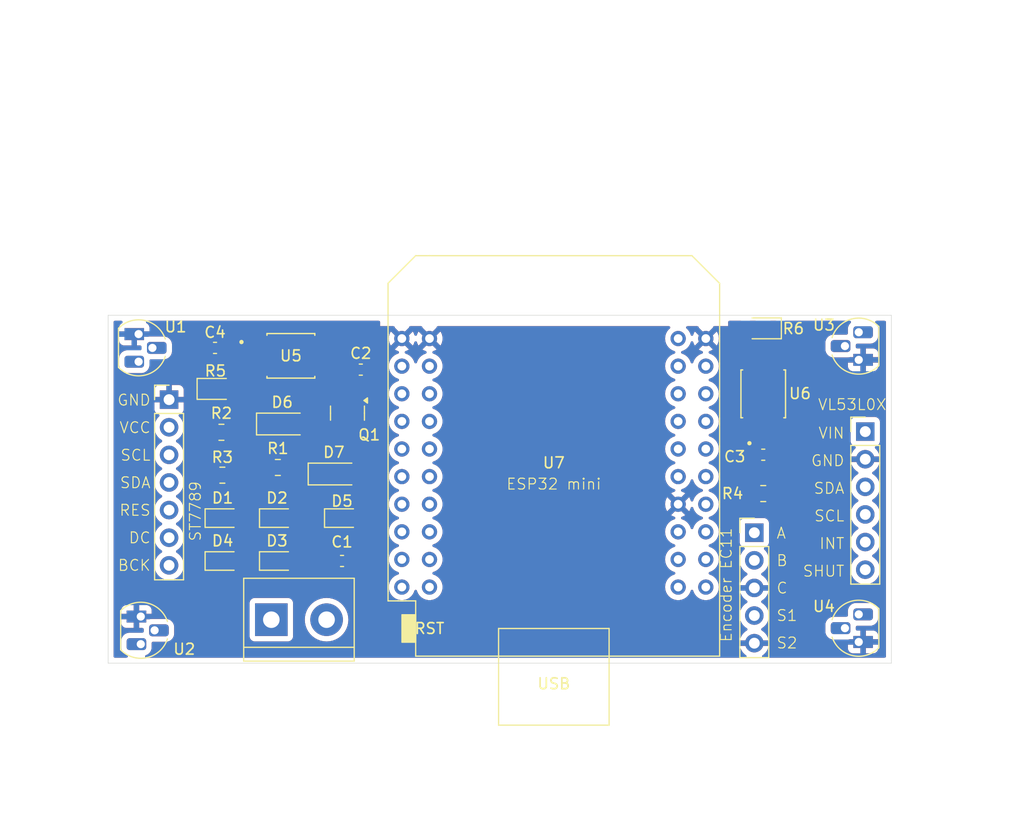
<source format=kicad_pcb>
(kicad_pcb (version 20240108) (generator "pcbnew") (generator_version "8.0")
  (layers (0 "F.Cu" signal) (31 "B.Cu" signal) (34 "B.Paste" user) (35 "F.Paste" user) (36 "B.SilkS" user "B.Silkscreen") (37 "F.SilkS" user "F.Silkscreen") (38 "B.Mask" user) (39 "F.Mask" user) (44 "Edge.Cuts" user))
  (net 0 "")
  (net 1 "Net-(D5-K)")
  (net 2 "GND")
  (net 3 "Net-(D6-K)")
  (net 4 "Net-(C3-Pad2)")
  (net 5 "Net-(C4-Pad2)")
  (net 6 "Net-(D1-K)")
  (net 7 "Net-(D1-A)")
  (net 8 "Net-(D3-A)")
  (net 9 "Net-(D7-K)")
  (net 10 "+3V3")
  (net 11 "Disp_MOSI")
  (net 12 "Disp_SCK")
  (net 13 "onewire")
  (net 14 "boil_to_cntr")
  (net 15 "cntr_to_boil")
  (net 16 "TOF_SCL")
  (net 17 "TOF_SHUT")
  (net 18 "TOF_INT")
  (net 19 "TOF_SDA")
  (net 20 "Disp_RES")
  (net 21 "Disp_LED")
  (net 22 "Disp_DC")
  (net 23 "Enc_A")
  (net 24 "Enc_S")
  (net 25 "Enc_B")
  (footprint "Diode_SMD:D_SOD-323" (layer "F.Cu") (at 103.5225 97.6)
    (property "Reference" "D4" (at 0 -1.85 0) (layer "F.SilkS"))
    (property "Value" "1N4148WS" (hide yes))
    (fp_line (start -1.61 -0.85) (end -1.61 0.85) (stroke (width 0.12)) (layer "F.SilkS"))
    (fp_line (start -1.61 -0.85) (end 1.05 -0.85) (stroke (width 0.12)) (layer "F.SilkS"))
    (fp_line (start -1.61 0.85) (end 1.05 0.85) (stroke (width 0.12)) (layer "F.SilkS"))
    (pad "1" smd roundrect (at -1.05 0) (size 0.6 0.45) (layers "F.Cu" "F.Paste" "F.Mask") (net 8 "Net-(D3-A)"))
    (pad "2" smd roundrect (at 1.05 0) (size 0.6 0.45) (layers "F.Cu" "F.Paste" "F.Mask") (net 2 "GND"))
  )
  (footprint "EL357N-G:OPTO_EL357N-G" (layer "F.Cu") (at 109.8 78.73)
    (property "Reference" "U5" (at 0 0 0) (layer "F.SilkS"))
    (property "Value" "EL357N-G" (hide yes))
    (fp_line (start -2.2 -2.05) (end 2.2 -2.05) (stroke (width 0.127)) (layer "F.SilkS"))
    (fp_line (start -2.2 -1.89) (end -2.2 -2.05) (stroke (width 0.127)) (layer "F.SilkS"))
    (fp_line (start -2.2 2.05) (end -2.2 1.89) (stroke (width 0.127)) (layer "F.SilkS"))
    (fp_line (start 2.2 -2.05) (end 2.2 -1.89) (stroke (width 0.127)) (layer "F.SilkS"))
    (fp_line (start 2.2 2.05) (end -2.2 2.05) (stroke (width 0.127)) (layer "F.SilkS"))
    (fp_line (start 2.2 2.05) (end 2.2 1.89) (stroke (width 0.127)) (layer "F.SilkS"))
    (fp_circle (center -4.544 -1.27) (end -4.444 -1.27) (stroke (width 0.2)) (fill none) (layer "F.SilkS"))
    (pad "1" smd rect (at -3.175 -1.27) (size 1.5 0.6) (layers "F.Cu" "F.Paste" "F.Mask") (net 5 "Net-(C4-Pad2)"))
    (pad "2" smd rect (at -3.175 1.27) (size 1.5 0.6) (layers "F.Cu" "F.Paste" "F.Mask") (net 2 "GND"))
    (pad "3" smd rect (at 3.175 1.27) (size 1.5 0.6) (layers "F.Cu" "F.Paste" "F.Mask") (net 9 "Net-(D7-K)"))
    (pad "4" smd rect (at 3.175 -1.27) (size 1.5 0.6) (layers "F.Cu" "F.Paste" "F.Mask") (net 3 "Net-(D6-K)"))
  )
  (footprint "Package_TO_SOT_THT:TO-92L_HandSolder" (layer "F.Cu") (at 162 79.1 90)
    (property "Reference" "U3" (at 3.2 -3.2 180) (layer "F.SilkS"))
    (property "Value" "DS18S20" (hide yes))
    (fp_line (start -0.53 1.85) (end 3.07 1.85) (stroke (width 0.12)) (layer "F.SilkS"))
    (fp_arc (start 2.05 -2.45) (mid 3.769931 -0.601036) (end 3.078445 1.827684) (stroke (width 0.12)) (layer "F.SilkS"))
    (fp_arc (start -0.541453 1.842156) (mid -1.247298 -0.581475) (end 0.45 -2.45) (stroke (width 0.12)) (layer "F.SilkS"))
    (pad "1" thru_hole rect (at 0 0 90) (size 1.1 1.8) (drill 0.75 (offset 0 0.4)) (layers "*.Cu" "*.Mask") (net 2 "GND"))
    (pad "2" thru_hole roundrect (at 1.27 -1.27 90) (size 1.1 1.8) (drill 0.75 (offset 0 -0.4)) (layers "*.Cu" "*.Mask") (net 13 "onewire"))
    (pad "3" thru_hole roundrect (at 2.54 0 90) (size 1.1 1.8) (drill 0.75 (offset 0 0.4)) (layers "*.Cu" "*.Mask") (net 10 "+3V3"))
  )
  (footprint "Diode_SMD:D_SOD-123" (layer "F.Cu") (at 113.75 89.6)
    (property "Reference" "D7" (at 0 -2 0) (layer "F.SilkS"))
    (property "Value" "BZT52C4V3" (hide yes))
    (fp_line (start -2.36 -1) (end -2.36 1) (stroke (width 0.12)) (layer "F.SilkS"))
    (fp_line (start -2.36 -1) (end 1.65 -1) (stroke (width 0.12)) (layer "F.SilkS"))
    (fp_line (start -2.36 1) (end 1.65 1) (stroke (width 0.12)) (layer "F.SilkS"))
    (pad "1" smd roundrect (at -1.65 0) (size 0.9 1.2) (layers "F.Cu" "F.Paste" "F.Mask") (net 9 "Net-(D7-K)"))
    (pad "2" smd roundrect (at 1.65 0) (size 0.9 1.2) (layers "F.Cu" "F.Paste" "F.Mask") (net 2 "GND"))
  )
  (footprint "EL357N-G:OPTO_EL357N-G" (layer "F.Cu") (at 153.22 82.225 90)
    (property "Reference" "U6" (at 0.025 3.38 180) (layer "F.SilkS"))
    (property "Value" "EL357N-G" (hide yes))
    (fp_line (start 2.2 -2.05) (end 2.2 -1.89) (stroke (width 0.127)) (layer "F.SilkS"))
    (fp_line (start -2.2 -2.05) (end 2.2 -2.05) (stroke (width 0.127)) (layer "F.SilkS"))
    (fp_line (start -2.2 -1.89) (end -2.2 -2.05) (stroke (width 0.127)) (layer "F.SilkS"))
    (fp_line (start 2.2 2.05) (end 2.2 1.89) (stroke (width 0.127)) (layer "F.SilkS"))
    (fp_line (start 2.2 2.05) (end -2.2 2.05) (stroke (width 0.127)) (layer "F.SilkS"))
    (fp_line (start -2.2 2.05) (end -2.2 1.89) (stroke (width 0.127)) (layer "F.SilkS"))
    (fp_circle (center -4.544 -1.27) (end -4.444 -1.27) (stroke (width 0.2)) (fill none) (layer "F.SilkS"))
    (pad "1" smd rect (at -3.175 -1.27 90) (size 1.5 0.6) (layers "F.Cu" "F.Paste" "F.Mask") (net 4 "Net-(C3-Pad2)"))
    (pad "2" smd rect (at -3.175 1.27 90) (size 1.5 0.6) (layers "F.Cu" "F.Paste" "F.Mask") (net 2 "GND"))
    (pad "3" smd rect (at 3.175 1.27 90) (size 1.5 0.6) (layers "F.Cu" "F.Paste" "F.Mask") (net 15 "cntr_to_boil"))
    (pad "4" smd rect (at 3.175 -1.27 90) (size 1.5 0.6) (layers "F.Cu" "F.Paste" "F.Mask") (net 10 "+3V3"))
  )
  (footprint "Package_TO_SOT_THT:TO-92L_HandSolder" (layer "F.Cu") (at 95.8 76.73 -90)
    (property "Reference" "U1" (at -0.67 -3.4 0) (layer "F.SilkS"))
    (property "Value" "DS18S20")
    (fp_line (start -0.53 1.85) (end 3.07 1.85) (stroke (width 0.12)) (layer "F.SilkS"))
    (fp_arc (start -0.541453 1.842156) (mid -1.247298 -0.581475) (end 0.45 -2.45) (stroke (width 0.12)) (layer "F.SilkS"))
    (fp_arc (start 2.05 -2.45) (mid 3.769931 -0.601036) (end 3.078445 1.827684) (stroke (width 0.12)) (layer "F.SilkS"))
    (pad "1" thru_hole rect (at 0 0 270) (size 1.1 1.8) (drill 0.75 (offset 0 0.4)) (layers "*.Cu" "*.Mask") (net 2 "GND"))
    (pad "2" thru_hole roundrect (at 1.27 -1.27 270) (size 1.1 1.8) (drill 0.75 (offset 0 -0.4)) (layers "*.Cu" "*.Mask") (net 13 "onewire"))
    (pad "3" thru_hole roundrect (at 2.54 0 270) (size 1.1 1.8) (drill 0.75 (offset 0 0.4)) (layers "*.Cu" "*.Mask") (net 10 "+3V3"))
  )
  (footprint "Capacitor_SMD:C_0603_1608Metric" (layer "F.Cu") (at 114.5 97.6 180)
    (property "Reference" "C1" (at 0 1.75 0) (layer "F.SilkS"))
    (property "Value" "10n" (hide yes))
    (fp_line (start -0.14058 0.51) (end 0.14058 0.51) (stroke (width 0.12)) (layer "F.SilkS"))
    (fp_line (start -0.14058 -0.51) (end 0.14058 -0.51) (stroke (width 0.12)) (layer "F.SilkS"))
    (pad "1" smd roundrect (at -0.775 0 180) (size 0.9 0.95) (layers "F.Cu" "F.Paste" "F.Mask") (net 2 "GND"))
    (pad "2" smd roundrect (at 0.775 0 180) (size 0.9 0.95) (layers "F.Cu" "F.Paste" "F.Mask") (net 1 "Net-(D5-K)"))
  )
  (footprint "Diode_SMD:D_SOD-323" (layer "F.Cu") (at 103.5225 93.654)
    (property "Reference" "D1" (at 0 -1.85 0) (layer "F.SilkS"))
    (property "Value" "1N4148WS" (hide yes))
    (fp_line (start -1.61 -0.85) (end -1.61 0.85) (stroke (width 0.12)) (layer "F.SilkS"))
    (fp_line (start -1.61 -0.85) (end 1.05 -0.85) (stroke (width 0.12)) (layer "F.SilkS"))
    (fp_line (start -1.61 0.85) (end 1.05 0.85) (stroke (width 0.12)) (layer "F.SilkS"))
    (pad "1" smd roundrect (at -1.05 0) (size 0.6 0.45) (layers "F.Cu" "F.Paste" "F.Mask") (net 6 "Net-(D1-K)"))
    (pad "2" smd roundrect (at 1.05 0) (size 0.6 0.45) (layers "F.Cu" "F.Paste" "F.Mask") (net 7 "Net-(D1-A)"))
  )
  (footprint "Resistor_SMD:R_0805_2012Metric" (layer "F.Cu") (at 153.22 91.4)
    (property "Reference" "R4" (at -2.82 0 0) (layer "F.SilkS"))
    (property "Value" "4k7" (hide yes))
    (fp_line (start -0.227064 -0.735) (end 0.227064 -0.735) (stroke (width 0.12)) (layer "F.SilkS"))
    (fp_line (start -0.227064 0.735) (end 0.227064 0.735) (stroke (width 0.12)) (layer "F.SilkS"))
    (pad "1" smd roundrect (at -0.9125 0) (size 1.025 1.4) (layers "F.Cu" "F.Paste" "F.Mask") (roundrect_rratio 0.243902) (net 10 "+3V3"))
    (pad "2" smd roundrect (at 0.9125 0) (size 1.025 1.4) (layers "F.Cu" "F.Paste" "F.Mask") (roundrect_rratio 0.243902) (net 13 "onewire"))
  )
  (footprint "Capacitor_SMD:C_0603_1608Metric" (layer "F.Cu") (at 102.825 78)
    (property "Reference" "C4" (at 0 -1.43 0) (layer "F.SilkS"))
    (property "Value" "2n2" (hide yes))
    (fp_line (start -0.14058 -0.51) (end 0.14058 -0.51) (stroke (width 0.12)) (layer "F.SilkS"))
    (fp_line (start -0.14058 0.51) (end 0.14058 0.51) (stroke (width 0.12)) (layer "F.SilkS"))
    (pad "1" smd roundrect (at -0.775 0) (size 0.9 0.95) (layers "F.Cu" "F.Paste" "F.Mask") (net 2 "GND"))
    (pad "2" smd roundrect (at 0.775 0) (size 0.9 0.95) (layers "F.Cu" "F.Paste" "F.Mask") (net 5 "Net-(C4-Pad2)"))
  )
  (footprint "Diode_SMD:D_SOD-323" (layer "F.Cu") (at 108.5225 93.654)
    (property "Reference" "D2" (at 0 -1.85 0) (layer "F.SilkS"))
    (property "Value" "1N4148WS" (hide yes))
    (fp_line (start -1.61 -0.85) (end -1.61 0.85) (stroke (width 0.12)) (layer "F.SilkS"))
    (fp_line (start -1.61 -0.85) (end 1.05 -0.85) (stroke (width 0.12)) (layer "F.SilkS"))
    (fp_line (start -1.61 0.85) (end 1.05 0.85) (stroke (width 0.12)) (layer "F.SilkS"))
    (pad "1" smd roundrect (at -1.05 0) (size 0.6 0.45) (layers "F.Cu" "F.Paste" "F.Mask") (net 7 "Net-(D1-A)"))
    (pad "2" smd roundrect (at 1.05 0) (size 0.6 0.45) (layers "F.Cu" "F.Paste" "F.Mask") (net 2 "GND"))
  )
  (footprint "ESP32_mini:ESP32_mini" (layer "F.Cu") (at 133.97 88.57)
    (property "Reference" "U7" (at 0 0 0) (layer "F.SilkS"))
    (property "Value" "mini_esp32")
    (fp_line (start -15.24 -16.51) (end -15.24 12.7) (stroke (width 0.12)) (layer "F.SilkS"))
    (fp_line (start -15.24 12.7) (end -12.7 12.7) (stroke (width 0.12)) (layer "F.SilkS"))
    (fp_line (start -12.7 -19.05) (end -15.24 -16.51) (stroke (width 0.12)) (layer "F.SilkS"))
    (fp_line (start -12.7 -19.05) (end -11.43 -19.05) (stroke (width 0.12)) (layer "F.SilkS"))
    (fp_line (start -12.7 12.7) (end -12.7 17.78) (stroke (width 0.12)) (layer "F.SilkS"))
    (fp_line (start -12.7 17.78) (end 15.24 17.78) (stroke (width 0.12)) (layer "F.SilkS"))
    (fp_line (start -5.08 15.24) (end 5.08 15.24) (stroke (width 0.12)) (layer "F.SilkS"))
    (fp_line (start -5.08 17.78) (end -5.08 15.24) (stroke (width 0.12)) (layer "F.SilkS"))
    (fp_line (start -5.08 17.78) (end -5.08 24.13) (stroke (width 0.12)) (layer "F.SilkS"))
    (fp_line (start -5.08 24.13) (end 5.08 24.13) (stroke (width 0.12)) (layer "F.SilkS"))
    (fp_line (start 5.08 15.24) (end 5.08 17.78) (stroke (width 0.12)) (layer "F.SilkS"))
    (fp_line (start 5.08 24.13) (end 5.08 17.78) (stroke (width 0.12)) (layer "F.SilkS"))
    (fp_line (start 12.7 -19.05) (end -11.43 -19.05) (stroke (width 0.12)) (layer "F.SilkS"))
    (fp_line (start 12.7 -19.05) (end 15.24 -16.51) (stroke (width 0.12)) (layer "F.SilkS"))
    (fp_line (start 15.24 -16.51) (end 15.24 17.78) (stroke (width 0.12)) (layer "F.SilkS"))
    (fp_poly (pts (xy -13.97 16.51) (xy -13.97 13.97) (xy -12.7 13.97) (xy -12.7 16.51)) (stroke (width 0.1)) (fill solid) (layer "F.SilkS"))
    (fp_text user "RST" (at -11.43 15.24 0) (layer "F.SilkS"))
    (fp_text user "USB" (at 0 20.32 0) (layer "F.SilkS"))
    (pad "1" thru_hole circle (at -13.97 -11.43 270) (size 1.4 1.4) (drill 0.8) (layers "*.Cu" "*.Mask") (net 2 "GND"))
    (pad "2" thru_hole circle (at -11.43 -11.43 270) (size 1.4 1.4) (drill 0.8) (layers "*.Cu" "*.Mask") (net 2 "GND"))
    (pad "3" thru_hole circle (at -13.97 -8.89 270) (size 1.4 1.4) (drill 0.8) (layers "*.Cu" "*.Mask"))
    (pad "4" thru_hole circle (at -11.43 -8.89 270) (size 1.4 1.4) (drill 0.8) (layers "*.Cu" "*.Mask"))
    (pad "5" thru_hole circle (at -13.97 -6.35 270) (size 1.4 1.4) (drill 0.8) (layers "*.Cu" "*.Mask"))
    (pad "6" thru_hole circle (at -11.43 -6.35 270) (size 1.4 1.4) (drill 0.8) (layers "*.Cu" "*.Mask") (net 22 "Disp_DC"))
    (pad "7" thru_hole circle (at -13.97 -3.81 270) (size 1.4 1.4) (drill 0.8) (layers "*.Cu" "*.Mask"))
    (pad "8" thru_hole circle (at -11.43 -3.81 270) (size 1.4 1.4) (drill 0.8) (layers "*.Cu" "*.Mask") (net 12 "Disp_SCK"))
    (pad "9" thru_hole circle (at -13.97 -1.27 270) (size 1.4 1.4) (drill 0.8) (layers "*.Cu" "*.Mask") (net 20 "Disp_RES"))
    (pad "10" thru_hole circle (at -11.43 -1.27 270) (size 1.4 1.4) (drill 0.8) (layers "*.Cu" "*.Mask") (net 14 "boil_to_cntr"))
    (pad "11" thru_hole circle (at -13.97 1.27 270) (size 1.4 1.4) (drill 0.8) (layers "*.Cu" "*.Mask"))
    (pad "12" thru_hole circle (at -11.43 1.27 270) (size 1.4 1.4) (drill 0.8) (layers "*.Cu" "*.Mask") (net 18 "TOF_INT"))
    (pad "13" thru_hole circle (at -13.97 3.81 270) (size 1.4 1.4) (drill 0.8) (layers "*.Cu" "*.Mask") (net 25 "Enc_B"))
    (pad "14" thru_hole circle (at -11.43 3.81 270) (size 1.4 1.4) (drill 0.8) (layers "*.Cu" "*.Mask"))
    (pad "15" thru_hole circle (at -13.97 6.35 270) (size 1.4 1.4) (drill 0.8) (layers "*.Cu" "*.Mask"))
    (pad "16" thru_hole circle (at -11.43 6.35 270) (size 1.4 1.4) (drill 0.8) (layers "*.Cu" "*.Mask") (net 10 "+3V3"))
    (pad "17" thru_hole circle (at -13.97 8.89 270) (size 1.4 1.4) (drill 0.8) (layers "*.Cu" "*.Mask"))
    (pad "18" thru_hole circle (at -11.43 8.89 270) (size 1.4 1.4) (drill 0.8) (layers "*.Cu" "*.Mask") (net 24 "Enc_S"))
    (pad "19" thru_hole circle (at -13.97 11.43 270) (size 1.4 1.4) (drill 0.8) (layers "*.Cu" "*.Mask"))
    (pad "20" thru_hole circle (at -11.43 11.43 270) (size 1.4 1.4) (drill 0.8) (layers "*.Cu" "*.Mask"))
    (pad "21" thru_hole circle (at 11.43 -11.43 270) (size 1.4 1.4) (drill 0.8) (layers "*.Cu" "*.Mask"))
    (pad "22" thru_hole circle (at 13.97 -11.43 270) (size 1.4 1.4) (drill 0.8) (layers "*.Cu" "*.Mask") (net 2 "GND"))
    (pad "23" thru_hole circle (at 11.43 -8.89 270) (size 1.4 1.4) (drill 0.8) (layers "*.Cu" "*.Mask"))
    (pad "24" thru_hole circle (at 13.97 -8.89 270) (size 1.4 1.4) (drill 0.8) (layers "*.Cu" "*.Mask") (net 15 "cntr_to_boil"))
    (pad "25" thru_hole circle (at 11.43 -6.35 270) (size 1.4 1.4) (drill 0.8) (layers "*.Cu" "*.Mask") (net 16 "TOF_SCL"))
    (pad "26" thru_hole circle (at 13.97 -6.35 270) (size 1.4 1.4) (drill 0.8) (layers "*.Cu" "*.Mask") (net 17 "TOF_SHUT"))
    (pad "27" thru_hole circle (at 11.43 -3.81 270) (size 1.4 1.4) (drill 0.8) (layers "*.Cu" "*.Mask") (net 19 "TOF_SDA"))
    (pad "28" thru_hole circle (at 13.97 -3.81 270) (size 1.4 1.4) (drill 0.8) (layers "*.Cu" "*.Mask") (net 21 "Disp_LED"))
    (pad "29" thru_hole circle (at 11.43 -1.27 270) (size 1.4 1.4) (drill 0.8) (layers "*.Cu" "*.Mask") (net 13 "onewire"))
    (pad "30" thru_hole circle (at 13.97 -1.27 270) (size 1.4 1.4) (drill 0.8) (layers "*.Cu" "*.Mask") (net 11 "Disp_MOSI"))
    (pad "31" thru_hole circle (at 11.43 1.27 270) (size 1.4 1.4) (drill 0.8) (layers "*.Cu" "*.Mask") (net 23 "Enc_A"))
    (pad "32" thru_hole circle (at 13.97 1.27 270) (size 1.4 1.4) (drill 0.8) (layers "*.Cu" "*.Mask"))
    (pad "33" thru_hole circle (at 11.43 3.81 270) (size 1.4 1.4) (drill 0.8) (layers "*.Cu" "*.Mask") (net 2 "GND"))
    (pad "34" thru_hole circle (at 13.97 3.81 270) (size 1.4 1.4) (drill 0.8) (layers "*.Cu" "*.Mask"))
    (pad "35" thru_hole circle (at 11.43 6.35 270) (size 1.4 1.4) (drill 0.8) (layers "*.Cu" "*.Mask"))
    (pad "36" thru_hole circle (at 13.97 6.35 270) (size 1.4 1.4) (drill 0.8) (layers "*.Cu" "*.Mask"))
    (pad "37" thru_hole circle (at 11.43 8.89 270) (size 1.4 1.4) (drill 0.8) (layers "*.Cu" "*.Mask"))
    (pad "38" thru_hole circle (at 13.97 8.89 270) (size 1.4 1.4) (drill 0.8) (layers "*.Cu" "*.Mask"))
    (pad "39" thru_hole circle (at 11.43 11.43 270) (size 1.4 1.4) (drill 0.8) (layers "*.Cu" "*.Mask"))
    (pad "40" thru_hole circle (at 13.97 11.43 270) (size 1.4 1.4) (drill 0.8) (layers "*.Cu" "*.Mask"))
  )
  (footprint "Capacitor_SMD:C_0603_1608Metric" (layer "F.Cu") (at 153.22 87.825 180)
    (property "Reference" "C3" (at 2.62 -0.175 180) (layer "F.SilkS"))
    (property "Value" "10n" (hide yes))
    (fp_line (start -0.14058 0.51) (end 0.14058 0.51) (stroke (width 0.12)) (layer "F.SilkS"))
    (fp_line (start -0.14058 -0.51) (end 0.14058 -0.51) (stroke (width 0.12)) (layer "F.SilkS"))
    (pad "1" smd roundrect (at -0.775 0 180) (size 0.9 0.95) (layers "F.Cu" "F.Paste" "F.Mask") (net 2 "GND"))
    (pad "2" smd roundrect (at 0.775 0 180) (size 0.9 0.95) (layers "F.Cu" "F.Paste" "F.Mask") (net 4 "Net-(C3-Pad2)"))
  )
  (footprint "Resistor_SMD:R_0805_2012Metric" (layer "F.Cu") (at 103.4125 85.762 180)
    (property "Reference" "R2" (at 0 1.75 0) (layer "F.SilkS"))
    (property "Value" "150" (hide yes))
    (fp_line (start -0.227064 0.735) (end 0.227064 0.735) (stroke (width 0.12)) (layer "F.SilkS"))
    (fp_line (start -0.227064 -0.735) (end 0.227064 -0.735) (stroke (width 0.12)) (layer "F.SilkS"))
    (pad "1" smd roundrect (at -0.9125 0 180) (size 1.025 1.4) (layers "F.Cu" "F.Paste" "F.Mask") (roundrect_rratio 0.243902) (net 4 "Net-(C3-Pad2)"))
    (pad "2" smd roundrect (at 0.9125 0 180) (size 1.025 1.4) (layers "F.Cu" "F.Paste" "F.Mask") (roundrect_rratio 0.243902) (net 2 "GND"))
  )
  (footprint "Package_TO_SOT_THT:TO-92L_HandSolder" (layer "F.Cu") (at 162 105.05 90)
    (property "Reference" "U4" (at 3.27 -3.2 180) (layer "F.SilkS"))
    (property "Value" "DS18S20" (hide yes))
    (fp_line (start -0.53 1.85) (end 3.07 1.85) (stroke (width 0.12)) (layer "F.SilkS"))
    (fp_arc (start 2.05 -2.45) (mid 3.769931 -0.601036) (end 3.078445 1.827684) (stroke (width 0.12)) (layer "F.SilkS"))
    (fp_arc (start -0.541453 1.842156) (mid -1.247298 -0.581475) (end 0.45 -2.45) (stroke (width 0.12)) (layer "F.SilkS"))
    (pad "1" thru_hole rect (at 0 0 90) (size 1.1 1.8) (drill 0.75 (offset 0 0.4)) (layers "*.Cu" "*.Mask") (net 2 "GND"))
    (pad "2" thru_hole roundrect (at 1.27 -1.27 90) (size 1.1 1.8) (drill 0.75 (offset 0 -0.4)) (layers "*.Cu" "*.Mask") (net 13 "onewire"))
    (pad "3" thru_hole roundrect (at 2.54 0 90) (size 1.1 1.8) (drill 0.75 (offset 0 0.4)) (layers "*.Cu" "*.Mask") (net 10 "+3V3"))
  )
  (footprint "Package_TO_SOT_SMD:SOT-23" (layer "F.Cu") (at 115 84 -90)
    (property "Reference" "Q1" (at 2 -2 180) (layer "F.SilkS"))
    (property "Value" "MMBT2907A" (hide yes))
    (fp_line (start 0 1.56) (end -0.65 1.56) (stroke (width 0.12)) (layer "F.SilkS"))
    (fp_line (start 0 1.56) (end 0.65 1.56) (stroke (width 0.12)) (layer "F.SilkS"))
    (fp_line (start 0 -1.56) (end -0.65 -1.56) (stroke (width 0.12)) (layer "F.SilkS"))
    (fp_line (start 0 -1.56) (end 0.65 -1.56) (stroke (width 0.12)) (layer "F.SilkS"))
    (fp_poly (pts (xy -1.1625 -1.51) (xy -1.4025 -1.84) (xy -0.9225 -1.84) (xy -1.1625 -1.51)) (stroke (width 0.12)) (fill solid) (layer "F.SilkS"))
    (pad "1" smd roundrect (at -0.9375 -0.95 270) (size 1.475 0.6) (layers "F.Cu" "F.Paste" "F.Mask") (net 3 "Net-(D6-K)"))
    (pad "2" smd roundrect (at -0.9375 0.95 270) (size 1.475 0.6) (layers "F.Cu" "F.Paste" "F.Mask") (net 1 "Net-(D5-K)"))
    (pad "3" smd roundrect (at 0.9375 0 270) (size 1.475 0.6) (layers "F.Cu" "F.Paste" "F.Mask") (net 6 "Net-(D1-K)"))
  )
  (footprint "Connector_PinHeader_2.54mm:PinHeader_1x07_P2.54mm_Vertical" (layer "F.Cu") (at 98.6 82.76)
    (property "Reference" "J3" (hide yes))
    (property "Value" "ST7789" (hide yes))
    (fp_line (start -1.33 -1.33) (end 0 -1.33) (stroke (width 0.12)) (layer "F.SilkS"))
    (fp_line (start -1.33 0) (end -1.33 -1.33) (stroke (width 0.12)) (layer "F.SilkS"))
    (fp_line (start -1.33 1.27) (end -1.33 16.57) (stroke (width 0.12)) (layer "F.SilkS"))
    (fp_line (start -1.33 1.27) (end 1.33 1.27) (stroke (width 0.12)) (layer "F.SilkS"))
    (fp_line (start -1.33 16.57) (end 1.33 16.57) (stroke (width 0.12)) (layer "F.SilkS"))
    (fp_line (start 1.33 1.27) (end 1.33 16.57) (stroke (width 0.12)) (layer "F.SilkS"))
    (pad "1" thru_hole rect (at 0 0) (size 1.7 1.7) (drill 1) (layers "*.Cu" "*.Mask") (net 2 "GND"))
    (pad "2" thru_hole oval (at 0 2.54) (size 1.7 1.7) (drill 1) (layers "*.Cu" "*.Mask") (net 10 "+3V3"))
    (pad "3" thru_hole oval (at 0 5.08) (size 1.7 1.7) (drill 1) (layers "*.Cu" "*.Mask") (net 12 "Disp_SCK"))
    (pad "4" thru_hole oval (at 0 7.62) (size 1.7 1.7) (drill 1) (layers "*.Cu" "*.Mask") (net 11 "Disp_MOSI"))
    (pad "5" thru_hole oval (at 0 10.16) (size 1.7 1.7) (drill 1) (layers "*.Cu" "*.Mask") (net 20 "Disp_RES"))
    (pad "6" thru_hole oval (at 0 12.7) (size 1.7 1.7) (drill 1) (layers "*.Cu" "*.Mask") (net 22 "Disp_DC"))
    (pad "7" thru_hole oval (at 0 15.24) (size 1.7 1.7) (drill 1) (layers "*.Cu" "*.Mask") (net 21 "Disp_LED"))
  )
  (footprint "Diode_SMD:D_0805_2012Metric" (layer "F.Cu") (at 153.2 76.2 180)
    (property "Reference" "R6" (at -2.7925 -0.025 180) (layer "F.SilkS"))
    (property "Value" "330" (hide yes))
    (fp_line (start 1 -0.96) (end -1.685 -0.96) (stroke (width 0.12)) (layer "F.SilkS"))
    (fp_line (start -1.685 0.96) (end 1 0.96) (stroke (width 0.12)) (layer "F.SilkS"))
    (fp_line (start -1.685 -0.96) (end -1.685 0.96) (stroke (width 0.12)) (layer "F.SilkS"))
    (pad "1" smd roundrect (at -0.9375 0 180) (size 0.975 1.4) (layers "F.Cu" "F.Paste" "F.Mask") (net 15 "cntr_to_boil"))
    (pad "2" smd roundrect (at 0.9375 0 180) (size 0.975 1.4) (layers "F.Cu" "F.Paste" "F.Mask") (net 2 "GND"))
  )
  (footprint "Capacitor_SMD:C_0603_1608Metric" (layer "F.Cu") (at 116.225 80 180)
    (property "Reference" "C2" (at 0 1.5 0) (layer "F.SilkS"))
    (property "Value" "2n2" (hide yes))
    (fp_line (start -0.14058 0.51) (end 0.14058 0.51) (stroke (width 0.12)) (layer "F.SilkS"))
    (fp_line (start -0.14058 -0.51) (end 0.14058 -0.51) (stroke (width 0.12)) (layer "F.SilkS"))
    (pad "1" smd roundrect (at -0.775 0 180) (size 0.9 0.95) (layers "F.Cu" "F.Paste" "F.Mask") (net 3 "Net-(D6-K)"))
    (pad "2" smd roundrect (at 0.775 0 180) (size 0.9 0.95) (layers "F.Cu" "F.Paste" "F.Mask") (net 2 "GND"))
  )
  (footprint "TerminalBlock:TerminalBlock_bornier-2_P5.08mm" (layer "F.Cu") (at 108 103)
    (property "Reference" "J1" (hide yes))
    (property "Value" "OpenTherm")
    (fp_line (start -2.54 -3.81) (end -2.54 3.81) (stroke (width 0.12)) (layer "F.SilkS"))
    (fp_line (start -2.54 3.81) (end 7.62 3.81) (stroke (width 0.12)) (layer "F.SilkS"))
    (fp_line (start 7.62 -3.81) (end -2.54 -3.81) (stroke (width 0.12)) (layer "F.SilkS"))
    (fp_line (start 7.62 2.54) (end -2.54 2.54) (stroke (width 0.12)) (layer "F.SilkS"))
    (fp_line (start 7.62 3.81) (end 7.62 -3.81) (stroke (width 0.12)) (layer "F.SilkS"))
    (pad "1" thru_hole rect (at 0 0) (size 3 3) (drill 1.52) (layers "*.Cu" "*.Mask") (net 7 "Net-(D1-A)"))
    (pad "2" thru_hole circle (at 5.08 0) (size 3 3) (drill 1.52) (layers "*.Cu" "*.Mask") (net 8 "Net-(D3-A)"))
  )
  (footprint "Diode_SMD:D_SOD-123" (layer "F.Cu") (at 109 85)
    (property "Reference" "D6" (at 0 -2 0) (layer "F.SilkS"))
    (property "Value" "BZT52C15V" (hide yes))
    (fp_line (start -2.36 -1) (end -2.36 1) (stroke (width 0.12)) (layer "F.SilkS"))
    (fp_line (start -2.36 -1) (end 1.65 -1) (stroke (width 0.12)) (layer "F.SilkS"))
    (fp_line (start -2.36 1) (end 1.65 1) (stroke (width 0.12)) (layer "F.SilkS"))
    (pad "1" smd roundrect (at -1.65 0) (size 0.9 1.2) (layers "F.Cu" "F.Paste" "F.Mask") (net 3 "Net-(D6-K)"))
    (pad "2" smd roundrect (at 1.65 0) (size 0.9 1.2) (layers "F.Cu" "F.Paste" "F.Mask") (net 2 "GND"))
  )
  (footprint "Connector_PinHeader_2.54mm:PinHeader_1x06_P2.54mm_Vertical" (layer "F.Cu") (at 162.6 85.7)
    (property "Reference" "J2" (hide yes))
    (property "Value" "Laser range sensor" (hide yes))
    (fp_line (start -1.33 -1.33) (end 0 -1.33) (stroke (width 0.12)) (layer "F.SilkS"))
    (fp_line (start -1.33 0) (end -1.33 -1.33) (stroke (width 0.12)) (layer "F.SilkS"))
    (fp_line (start -1.33 1.27) (end -1.33 14.03) (stroke (width 0.12)) (layer "F.SilkS"))
    (fp_line (start -1.33 1.27) (end 1.33 1.27) (stroke (width 0.12)) (layer "F.SilkS"))
    (fp_line (start -1.33 14.03) (end 1.33 14.03) (stroke (width 0.12)) (layer "F.SilkS"))
    (fp_line (start 1.33 1.27) (end 1.33 14.03) (stroke (width 0.12)) (layer "F.SilkS"))
    (pad "1" thru_hole rect (at 0 0) (size 1.7 1.7) (drill 1) (layers "*.Cu" "*.Mask") (net 10 "+3V3"))
    (pad "2" thru_hole oval (at 0 2.54) (size 1.7 1.7) (drill 1) (layers "*.Cu" "*.Mask") (net 2 "GND"))
    (pad "3" thru_hole oval (at 0 5.08) (size 1.7 1.7) (drill 1) (layers "*.Cu" "*.Mask") (net 19 "TOF_SDA"))
    (pad "4" thru_hole oval (at 0 7.62) (size 1.7 1.7) (drill 1) (layers "*.Cu" "*.Mask") (net 16 "TOF_SCL"))
    (pad "5" thru_hole oval (at 0 10.16) (size 1.7 1.7) (drill 1) (layers "*.Cu" "*.Mask") (net 18 "TOF_INT"))
    (pad "6" thru_hole oval (at 0 12.7) (size 1.7 1.7) (drill 1) (layers "*.Cu" "*.Mask") (net 17 "TOF_SHUT"))
  )
  (footprint "Diode_SMD:D_SOD-323" (layer "F.Cu") (at 108.5225 97.6)
    (property "Reference" "D3" (at 0 -1.85 0) (layer "F.SilkS"))
    (property "Value" "1N4148WS" (hide yes))
    (fp_line (start -1.61 -0.85) (end -1.61 0.85) (stroke (width 0.12)) (layer "F.SilkS"))
    (fp_line (start -1.61 -0.85) (end 1.05 -0.85) (stroke (width 0.12)) (layer "F.SilkS"))
    (fp_line (start -1.61 0.85) (end 1.05 0.85) (stroke (width 0.12)) (layer "F.SilkS"))
    (pad "1" smd roundrect (at -1.05 0) (size 0.6 0.45) (layers "F.Cu" "F.Paste" "F.Mask") (net 6 "Net-(D1-K)"))
    (pad "2" smd roundrect (at 1.05 0) (size 0.6 0.45) (layers "F.Cu" "F.Paste" "F.Mask") (net 8 "Net-(D3-A)"))
  )
  (footprint "Package_TO_SOT_THT:TO-92L_HandSolder" (layer "F.Cu") (at 96 102.71 -90)
    (property "Reference" "U2" (at 3 -4 0) (layer "F.SilkS"))
    (property "Value" "DS18S20" (hide yes))
    (fp_line (start -0.53 1.85) (end 3.07 1.85) (stroke (width 0.12)) (layer "F.SilkS"))
    (fp_arc (start -0.541453 1.842156) (mid -1.247298 -0.581475) (end 0.45 -2.45) (stroke (width 0.12)) (layer "F.SilkS"))
    (fp_arc (start 2.05 -2.45) (mid 3.769931 -0.601036) (end 3.078445 1.827684) (stroke (width 0.12)) (layer "F.SilkS"))
    (pad "1" thru_hole rect (at 0 0 270) (size 1.1 1.8) (drill 0.75 (offset 0 0.4)) (layers "*.Cu" "*.Mask") (net 2 "GND"))
    (pad "2" thru_hole roundrect (at 1.27 -1.27 270) (size 1.1 1.8) (drill 0.75 (offset 0 -0.4)) (layers "*.Cu" "*.Mask") (net 13 "onewire"))
    (pad "3" thru_hole roundrect (at 2.54 0 270) (size 1.1 1.8) (drill 0.75 (offset 0 0.4)) (layers "*.Cu" "*.Mask") (net 10 "+3V3"))
  )
  (footprint "Diode_SMD:D_0805_2012Metric" (layer "F.Cu") (at 102.8625 81.771)
    (property "Reference" "R5" (at 0 -1.65 0) (layer "F.SilkS"))
    (property "Value" "1k5" (hide yes))
    (fp_line (start -1.685 -0.96) (end -1.685 0.96) (stroke (width 0.12)) (layer "F.SilkS"))
    (fp_line (start -1.685 0.96) (end 1 0.96) (stroke (width 0.12)) (layer "F.SilkS"))
    (fp_line (start 1 -0.96) (end -1.685 -0.96) (stroke (width 0.12)) (layer "F.SilkS"))
    (pad "1" smd roundrect (at -0.9375 0) (size 0.975 1.4) (layers "F.Cu" "F.Paste" "F.Mask") (net 14 "boil_to_cntr"))
    (pad "2" smd roundrect (at 0.9375 0) (size 0.975 1.4) (layers "F.Cu" "F.Paste" "F.Mask") (net 5 "Net-(C4-Pad2)"))
  )
  (footprint "Resistor_SMD:R_0805_2012Metric" (layer "F.Cu") (at 108.6 89 180)
    (property "Reference" "R1" (at 0 1.75 0) (layer "F.SilkS"))
    (property "Value" "200" (hide yes))
    (fp_line (start -0.227064 0.735) (end 0.227064 0.735) (stroke (width 0.12)) (layer "F.SilkS"))
    (fp_line (start -0.227064 -0.735) (end 0.227064 -0.735) (stroke (width 0.12)) (layer "F.SilkS"))
    (pad "1" smd roundrect (at -0.9125 0 180) (size 1.025 1.4) (layers "F.Cu" "F.Paste" "F.Mask") (roundrect_rratio 0.243902) (net 1 "Net-(D5-K)"))
    (pad "2" smd roundrect (at 0.9125 0 180) (size 1.025 1.4) (layers "F.Cu" "F.Paste" "F.Mask") (roundrect_rratio 0.243902) (net 4 "Net-(C3-Pad2)"))
  )
  (footprint "Resistor_SMD:R_0805_2012Metric" (layer "F.Cu") (at 103.5 89.708)
    (property "Reference" "R3" (at 0 -1.65 0) (layer "F.SilkS"))
    (property "Value" "330" (hide yes))
    (fp_line (start -0.227064 -0.735) (end 0.227064 -0.735) (stroke (width 0.12)) (layer "F.SilkS"))
    (fp_line (start -0.227064 0.735) (end 0.227064 0.735) (stroke (width 0.12)) (layer "F.SilkS"))
    (pad "1" smd roundrect (at -0.9125 0) (size 1.025 1.4) (layers "F.Cu" "F.Paste" "F.Mask") (roundrect_rratio 0.243902) (net 3 "Net-(D6-K)"))
    (pad "2" smd roundrect (at 0.9125 0) (size 1.025 1.4) (layers "F.Cu" "F.Paste" "F.Mask") (roundrect_rratio 0.243902) (net 6 "Net-(D1-K)"))
  )
  (footprint "Connector_PinHeader_2.54mm:PinHeader_1x05_P2.54mm_Vertical" (layer "F.Cu") (at 152.4 95)
    (property "Reference" "J4" (hide yes))
    (property "Value" "Encoder" (hide yes))
    (fp_line (start -1.33 -1.33) (end 0 -1.33) (stroke (width 0.12)) (layer "F.SilkS"))
    (fp_line (start -1.33 0) (end -1.33 -1.33) (stroke (width 0.12)) (layer "F.SilkS"))
    (fp_line (start -1.33 1.27) (end -1.33 11.49) (stroke (width 0.12)) (layer "F.SilkS"))
    (fp_line (start -1.33 1.27) (end 1.33 1.27) (stroke (width 0.12)) (layer "F.SilkS"))
    (fp_line (start -1.33 11.49) (end 1.33 11.49) (stroke (width 0.12)) (layer "F.SilkS"))
    (fp_line (start 1.33 1.27) (end 1.33 11.49) (stroke (width 0.12)) (layer "F.SilkS"))
    (pad "1" thru_hole rect (at 0 0) (size 1.7 1.7) (drill 1) (layers "*.Cu" "*.Mask") (net 23 "Enc_A"))
    (pad "2" thru_hole oval (at 0 2.54) (size 1.7 1.7) (drill 1) (layers "*.Cu" "*.Mask") (net 25 "Enc_B"))
    (pad "3" thru_hole oval (at 0 5.08) (size 1.7 1.7) (drill 1) (layers "*.Cu" "*.Mask") (net 2 "GND"))
    (pad "4" thru_hole oval (at 0 7.62) (size 1.7 1.7) (drill 1) (layers "*.Cu" "*.Mask") (net 24 "Enc_S"))
    (pad "5" thru_hole oval (at 0 10.16) (size 1.7 1.7) (drill 1) (layers "*.Cu" "*.Mask") (net 2 "GND"))
  )
  (footprint "Diode_SMD:D_SOD-323" (layer "F.Cu") (at 114.5 93.654)
    (property "Reference" "D5" (at 0 -1.561426 0) (layer "F.SilkS"))
    (property "Value" "BZT52C4V7S" (hide yes))
    (fp_line (start -1.61 -0.85) (end -1.61 0.85) (stroke (width 0.12)) (layer "F.SilkS"))
    (fp_line (start -1.61 -0.85) (end 1.05 -0.85) (stroke (width 0.12)) (layer "F.SilkS"))
    (fp_line (start -1.61 0.85) (end 1.05 0.85) (stroke (width 0.12)) (layer "F.SilkS"))
    (pad "1" smd roundrect (at -1.05 0) (size 0.6 0.45) (layers "F.Cu" "F.Paste" "F.Mask") (net 1 "Net-(D5-K)"))
    (pad "2" smd roundrect (at 1.05 0) (size 0.6 0.45) (layers "F.Cu" "F.Paste" "F.Mask") (net 2 "GND"))
  )
  (gr_line (start 93 75) (end 165 75) (stroke (width 0.05)) (layer "Edge.Cuts"))
  (gr_line (start 165 75) (end 165 107) (stroke (width 0.05)) (layer "Edge.Cuts"))
  (gr_line (start 93 75) (end 93 107) (stroke (width 0.05)) (layer "Edge.Cuts"))
  (gr_line (start 93 107) (end 165 107) (stroke (width 0.05)) (layer "Edge.Cuts"))
  (gr_text "INT" (at 158.32381 96.58 0) (layer "F.SilkS") (effects (font (size 1 1) (thickness 0.1)) (justify left bottom)))
  (gr_text "ST7789" (at 101.6 93.02 90) (layer "F.SilkS") (effects (font (size 1 1) (thickness 0.1)) (justify bottom)))
  (gr_text "Encoder EC11" (at 150.4 99.8 90) (layer "F.SilkS") (effects (font (size 1 1) (thickness 0.1)) (justify bottom)))
  (gr_text "RES" (at 95.471428 93.518332 0) (layer "F.SilkS") (effects (font (size 1 1) (thickness 0.1)) (justify bottom)))
  (gr_text "S1" (at 155.4 103.2 0) (layer "F.SilkS") (effects (font (size 1 1) (thickness 0.1)) (justify bottom)))
  (gr_text "BCK" (at 95.4 98.585 0) (layer "F.SilkS") (effects (font (size 1 1) (thickness 0.1)) (justify bottom)))
  (gr_text "C" (at 154.947619 100.675 0) (layer "F.SilkS") (effects (font (size 1 1) (thickness 0.1)) (justify bottom)))
  (gr_text "ESP32 mini" (at 133.97 91.11 0) (layer "F.SilkS") (effects (font (size 1 1) (thickness 0.1)) (justify bottom)))
  (gr_text "VCC" (at 95.471428 85.918333 0) (layer "F.SilkS") (effects (font (size 1 1) (thickness 0.1)) (justify bottom)))
  (gr_text "VIN" (at 158.228572 86.42 0) (layer "F.SilkS") (effects (font (size 1 1) (thickness 0.1)) (justify left bottom)))
  (gr_text "DC" (at 95.9 96.051665 0) (layer "F.SilkS") (effects (font (size 1 1) (thickness 0.1)) (justify bottom)))
  (gr_text "VL53L0X" (at 161.4 83.8 0) (layer "F.SilkS") (effects (font (size 1 1) (thickness 0.1)) (justify bottom)))
  (gr_text "SCL" (at 157.847619 94.04 0) (layer "F.SilkS") (effects (font (size 1 1) (thickness 0.1)) (justify left bottom)))
  (gr_text "SDA" (at 157.8 91.5 0) (layer "F.SilkS") (effects (font (size 1 1) (thickness 0.1)) (justify left bottom)))
  (gr_text "SDA" (at 95.495238 90.984999 0) (layer "F.SilkS") (effects (font (size 1 1) (thickness 0.1)) (justify bottom)))
  (gr_text "GND" (at 95.37619 83.385 0) (layer "F.SilkS") (effects (font (size 1 1) (thickness 0.1)) (justify bottom)))
  (gr_text "SHUT" (at 156.8 99.12 0) (layer "F.SilkS") (effects (font (size 1 1) (thickness 0.1)) (justify left bottom)))
  (gr_text "S2" (at 155.4 105.725 0) (layer "F.SilkS") (effects (font (size 1 1) (thickness 0.1)) (justify bottom)))
  (gr_text "GND" (at 157.561905 88.96 0) (layer "F.SilkS") (effects (font (size 1 1) (thickness 0.1)) (justify left bottom)))
  (gr_text "A" (at 154.876191 95.625 0) (layer "F.SilkS") (effects (font (size 1 1) (thickness 0.1)) (justify bottom)))
  (gr_text "B" (at 154.947619 98.15 0) (layer "F.SilkS") (effects (font (size 1 1) (thickness 0.1)) (justify bottom)))
  (gr_text "SCL" (at 95.519047 88.451666 0) (layer "F.SilkS") (effects (font (size 1 1) (thickness 0.1)) (justify bottom)))
  (zone (net 2) (net_name "GND") (layer "F.Cu") (priority 1) (connect_pads (clearance 0.5)) (min_thickness 0.25) (fill yes (thermal_gap 0.5) (thermal_bridge_width 0.5))
    (polygon (pts (xy 91.1 50) (xy 176.75 48.9) (xy 177.2 122.2) (xy 90.6 122.75)))
  )
  (zone (net 0) (net_name "") (layers "F&B.Cu") (connect_pads (clearance 0)) (min_thickness 0.25)
    (keepout (tracks not_allowed) (vias not_allowed) (pads not_allowed) (copperpour not_allowed) (footprints not_allowed))
    (fill (thermal_gap 0.5) (thermal_bridge_width 0.5))
    (polygon (pts (xy 118 46) (xy 150 46) (xy 150 76) (xy 118 76)))
  )
  (zone (net 2) (net_name "GND") (layer "B.Cu") (connect_pads (clearance 0.5)) (min_thickness 0.25) (fill yes (thermal_gap 0.5) (thermal_bridge_width 0.5))
    (polygon (pts (xy 91.75 51.4) (xy 174.35 50.8) (xy 174.35 118.8) (xy 91.75 119.4)))
  )
)
</source>
